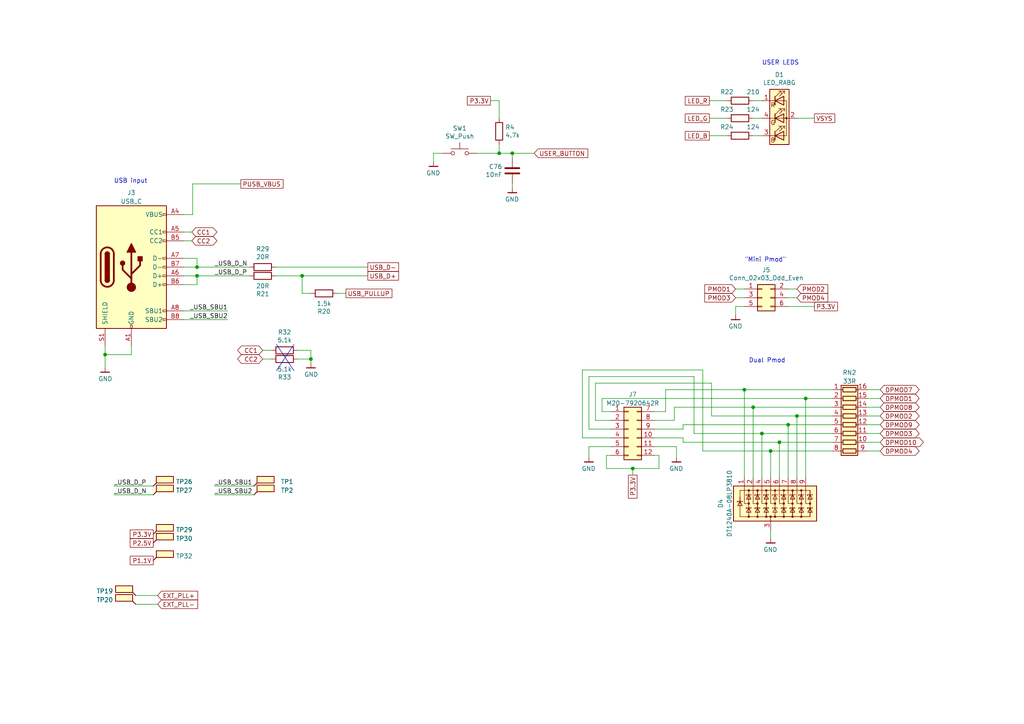
<source format=kicad_sch>
(kicad_sch (version 20230121) (generator eeschema)
  (paper "A4")
  (title_block (title "Orange Cart") (date "2021-02-28") (rev "r0.1") (comment 2 "Licensed under CERN OHL v.1.2") (comment 3 "Cartridge version redesign: Marcus Comstedt") (comment 4 "Based on Orange Crab by Gregory Davill"))
  (lib_symbols
    (symbol "Connector:TestPoint_Flag" (pin_numbers hide) (pin_names (offset 0.762) hide)
      (property "Reference" "TP" (at 3.429 1.778 0))
      (property "Value" "TestPoint_Flag" (at 3.302 4.191 0))
      (symbol "TestPoint_Flag_0_1"
        (polyline (pts (xy 0 0) (xy 0.889 0.889)) (stroke (width 0.254)))
        (rectangle (start 0.889 2.794) (end 5.842 0.889) (stroke (width 0.254)) (fill (type background)))
      )
      (symbol "TestPoint_Flag_1_1"
        (pin passive line (at 0 0 90) (length 0) (name "1") (number "1"))
      )
    )
    (symbol "Connector:USB_C_Receptacle_USB2.0" (pin_names (offset 1.016))
      (property "Reference" "J" (at -10.16 19.05 0))
      (property "Value" "USB_C_Receptacle_USB2.0" (at 19.05 19.05 0))
      (symbol "USB_C_Receptacle_USB2.0_0_0"
        (rectangle (start -0.254 -17.78) (end 0.254 -16.764))
        (rectangle (start 10.16 -14.986) (end 9.144 -15.494))
        (rectangle (start 10.16 -12.446) (end 9.144 -12.954))
        (rectangle (start 10.16 -4.826) (end 9.144 -5.334))
        (rectangle (start 10.16 -2.286) (end 9.144 -2.794))
        (rectangle (start 10.16 0.254) (end 9.144 -0.254))
        (rectangle (start 10.16 2.794) (end 9.144 2.286))
        (rectangle (start 10.16 7.874) (end 9.144 7.366))
        (rectangle (start 10.16 10.414) (end 9.144 9.906))
        (rectangle (start 10.16 15.494) (end 9.144 14.986))
      )
      (symbol "USB_C_Receptacle_USB2.0_0_1"
        (rectangle (start -10.16 17.78) (end 10.16 -17.78) (stroke (width 0.254)) (fill (type background)))
        (arc (start -8.89 -3.81) (mid -6.985 -5.7067) (end -5.08 -3.81) (stroke (width 0.508)))
        (arc (start -7.62 -3.81) (mid -6.985 -4.4423) (end -6.35 -3.81) (stroke (width 0.254)))
        (arc (start -7.62 -3.81) (mid -6.985 -4.4423) (end -6.35 -3.81) (stroke (width 0.254)) (fill (type outline)))
        (rectangle (start -7.62 -3.81) (end -6.35 3.81) (stroke (width 0.254)) (fill (type outline)))
        (arc (start -6.35 3.81) (mid -6.985 4.4423) (end -7.62 3.81) (stroke (width 0.254)))
        (arc (start -6.35 3.81) (mid -6.985 4.4423) (end -7.62 3.81) (stroke (width 0.254)) (fill (type outline)))
        (arc (start -5.08 3.81) (mid -6.985 5.7067) (end -8.89 3.81) (stroke (width 0.508)))
        (circle (center -2.54 1.143) (radius 0.635) (stroke (width 0.254)) (fill (type outline)))
        (circle (center 0 -5.842) (radius 1.27) (fill (type outline)))
        (polyline (pts (xy -8.89 -3.81) (xy -8.89 3.81)) (stroke (width 0.508)))
        (polyline (pts (xy -5.08 3.81) (xy -5.08 -3.81)) (stroke (width 0.508)))
        (polyline (pts (xy 0 -5.842) (xy 0 4.318)) (stroke (width 0.508)))
        (polyline (pts (xy 0 -3.302) (xy -2.54 -0.762) (xy -2.54 0.508)) (stroke (width 0.508)))
        (polyline (pts (xy 0 -2.032) (xy 2.54 0.508) (xy 2.54 1.778)) (stroke (width 0.508)))
        (polyline (pts (xy -1.27 4.318) (xy 0 6.858) (xy 1.27 4.318) (xy -1.27 4.318)) (stroke (width 0.254)) (fill (type outline)))
        (rectangle (start 1.905 1.778) (end 3.175 3.048) (stroke (width 0.254)) (fill (type outline)))
      )
      (symbol "USB_C_Receptacle_USB2.0_1_1"
        (pin passive line (at 0 -22.86 90) (length 5.08) (name "GND") (number "A1"))
        (pin passive line (at 0 -22.86 90) (length 5.08) hide (name "GND") (number "A12"))
        (pin passive line (at 15.24 15.24 180) (length 5.08) (name "VBUS") (number "A4"))
        (pin bidirectional line (at 15.24 10.16 180) (length 5.08) (name "CC1") (number "A5"))
        (pin bidirectional line (at 15.24 -2.54 180) (length 5.08) (name "D+") (number "A6"))
        (pin bidirectional line (at 15.24 2.54 180) (length 5.08) (name "D-") (number "A7"))
        (pin bidirectional line (at 15.24 -12.7 180) (length 5.08) (name "SBU1") (number "A8"))
        (pin passive line (at 15.24 15.24 180) (length 5.08) hide (name "VBUS") (number "A9"))
        (pin passive line (at 0 -22.86 90) (length 5.08) hide (name "GND") (number "B1"))
        (pin passive line (at 0 -22.86 90) (length 5.08) hide (name "GND") (number "B12"))
        (pin passive line (at 15.24 15.24 180) (length 5.08) hide (name "VBUS") (number "B4"))
        (pin bidirectional line (at 15.24 7.62 180) (length 5.08) (name "CC2") (number "B5"))
        (pin bidirectional line (at 15.24 -5.08 180) (length 5.08) (name "D+") (number "B6"))
        (pin bidirectional line (at 15.24 0 180) (length 5.08) (name "D-") (number "B7"))
        (pin bidirectional line (at 15.24 -15.24 180) (length 5.08) (name "SBU2") (number "B8"))
        (pin passive line (at 15.24 15.24 180) (length 5.08) hide (name "VBUS") (number "B9"))
        (pin passive line (at -7.62 -22.86 90) (length 5.08) (name "SHIELD") (number "S1"))
      )
    )
    (symbol "Connector_Generic:Conn_02x03_Odd_Even" (pin_names (offset 1.016) hide)
      (property "Reference" "J" (at 1.27 5.08 0))
      (property "Value" "Conn_02x03_Odd_Even" (at 1.27 -5.08 0))
      (symbol "Conn_02x03_Odd_Even_1_1"
        (rectangle (start -1.27 -2.413) (end 0 -2.667) (stroke (width 0.1524)))
        (rectangle (start -1.27 0.127) (end 0 -0.127) (stroke (width 0.1524)))
        (rectangle (start -1.27 2.667) (end 0 2.413) (stroke (width 0.1524)))
        (rectangle (start -1.27 3.81) (end 3.81 -3.81) (stroke (width 0.254)) (fill (type background)))
        (rectangle (start 3.81 -2.413) (end 2.54 -2.667) (stroke (width 0.1524)))
        (rectangle (start 3.81 0.127) (end 2.54 -0.127) (stroke (width 0.1524)))
        (rectangle (start 3.81 2.667) (end 2.54 2.413) (stroke (width 0.1524)))
        (pin passive line (at -5.08 2.54 0) (length 3.81) (name "Pin_1") (number "1"))
        (pin passive line (at 7.62 2.54 180) (length 3.81) (name "Pin_2") (number "2"))
        (pin passive line (at -5.08 0 0) (length 3.81) (name "Pin_3") (number "3"))
        (pin passive line (at 7.62 0 180) (length 3.81) (name "Pin_4") (number "4"))
        (pin passive line (at -5.08 -2.54 0) (length 3.81) (name "Pin_5") (number "5"))
        (pin passive line (at 7.62 -2.54 180) (length 3.81) (name "Pin_6") (number "6"))
      )
    )
    (symbol "Connector_Generic:Conn_02x06_Top_Bottom" (pin_names (offset 1.016) hide)
      (property "Reference" "J" (at 1.27 7.62 0))
      (property "Value" "Conn_02x06_Top_Bottom" (at 1.27 -10.16 0))
      (symbol "Conn_02x06_Top_Bottom_1_1"
        (rectangle (start -1.27 -7.493) (end 0 -7.747) (stroke (width 0.1524)))
        (rectangle (start -1.27 -4.953) (end 0 -5.207) (stroke (width 0.1524)))
        (rectangle (start -1.27 -2.413) (end 0 -2.667) (stroke (width 0.1524)))
        (rectangle (start -1.27 0.127) (end 0 -0.127) (stroke (width 0.1524)))
        (rectangle (start -1.27 2.667) (end 0 2.413) (stroke (width 0.1524)))
        (rectangle (start -1.27 5.207) (end 0 4.953) (stroke (width 0.1524)))
        (rectangle (start -1.27 6.35) (end 3.81 -8.89) (stroke (width 0.254)) (fill (type background)))
        (rectangle (start 3.81 -7.493) (end 2.54 -7.747) (stroke (width 0.1524)))
        (rectangle (start 3.81 -4.953) (end 2.54 -5.207) (stroke (width 0.1524)))
        (rectangle (start 3.81 -2.413) (end 2.54 -2.667) (stroke (width 0.1524)))
        (rectangle (start 3.81 0.127) (end 2.54 -0.127) (stroke (width 0.1524)))
        (rectangle (start 3.81 2.667) (end 2.54 2.413) (stroke (width 0.1524)))
        (rectangle (start 3.81 5.207) (end 2.54 4.953) (stroke (width 0.1524)))
        (pin passive line (at -5.08 5.08 0) (length 3.81) (name "Pin_1") (number "1"))
        (pin passive line (at 7.62 -2.54 180) (length 3.81) (name "Pin_10") (number "10"))
        (pin passive line (at 7.62 -5.08 180) (length 3.81) (name "Pin_11") (number "11"))
        (pin passive line (at 7.62 -7.62 180) (length 3.81) (name "Pin_12") (number "12"))
        (pin passive line (at -5.08 2.54 0) (length 3.81) (name "Pin_2") (number "2"))
        (pin passive line (at -5.08 0 0) (length 3.81) (name "Pin_3") (number "3"))
        (pin passive line (at -5.08 -2.54 0) (length 3.81) (name "Pin_4") (number "4"))
        (pin passive line (at -5.08 -5.08 0) (length 3.81) (name "Pin_5") (number "5"))
        (pin passive line (at -5.08 -7.62 0) (length 3.81) (name "Pin_6") (number "6"))
        (pin passive line (at 7.62 5.08 180) (length 3.81) (name "Pin_7") (number "7"))
        (pin passive line (at 7.62 2.54 180) (length 3.81) (name "Pin_8") (number "8"))
        (pin passive line (at 7.62 0 180) (length 3.81) (name "Pin_9") (number "9"))
      )
    )
    (symbol "Device:C" (pin_numbers hide) (pin_names (offset 0.254))
      (property "Reference" "C" (at 0.635 2.54 0))
      (property "Value" "C" (at 0.635 -2.54 0))
      (symbol "C_0_1"
        (polyline (pts (xy -2.032 -0.762) (xy 2.032 -0.762)) (stroke (width 0.508)))
        (polyline (pts (xy -2.032 0.762) (xy 2.032 0.762)) (stroke (width 0.508)))
      )
      (symbol "C_1_1"
        (pin passive line (at 0 3.81 270) (length 2.794) (name "~") (number "1"))
        (pin passive line (at 0 -3.81 90) (length 2.794) (name "~") (number "2"))
      )
    )
    (symbol "Device:LED_RABG" (pin_names (offset 0) hide)
      (property "Reference" "D" (at 0 9.398 0))
      (property "Value" "LED_RABG" (at 0 -8.89 0))
      (symbol "LED_RABG_0_0"
        (text "B" (at -1.905 -6.35 0) (effects (font (size 1.27 1.27))))
        (text "G" (at -1.905 -1.27 0) (effects (font (size 1.27 1.27))))
        (text "R" (at -1.905 3.81 0) (effects (font (size 1.27 1.27))))
      )
      (symbol "LED_RABG_0_1"
        (polyline (pts (xy -1.27 -5.08) (xy -2.54 -5.08)))
        (polyline (pts (xy -1.27 -5.08) (xy 1.27 -5.08)))
        (polyline (pts (xy -1.27 -3.81) (xy -1.27 -6.35)) (stroke (width 0.254)))
        (polyline (pts (xy -1.27 0) (xy -2.54 0)))
        (polyline (pts (xy -1.27 1.27) (xy -1.27 -1.27)) (stroke (width 0.254)))
        (polyline (pts (xy -1.27 5.08) (xy -2.54 5.08)))
        (polyline (pts (xy -1.27 5.08) (xy 1.27 5.08)))
        (polyline (pts (xy -1.27 6.35) (xy -1.27 3.81)) (stroke (width 0.254)))
        (polyline (pts (xy 1.27 0) (xy -1.27 0)))
        (polyline (pts (xy 1.27 0) (xy 2.54 0)))
        (polyline (pts (xy -1.27 1.27) (xy -1.27 -1.27) (xy -1.27 -1.27)))
        (polyline (pts (xy -1.27 6.35) (xy -1.27 3.81) (xy -1.27 3.81)))
        (polyline (pts (xy 1.27 -5.08) (xy 2.032 -5.08) (xy 2.032 5.08) (xy 1.27 5.08)))
        (polyline (pts (xy 1.27 -3.81) (xy 1.27 -6.35) (xy -1.27 -5.08) (xy 1.27 -3.81)) (stroke (width 0.254)))
        (polyline (pts (xy 1.27 1.27) (xy 1.27 -1.27) (xy -1.27 0) (xy 1.27 1.27)) (stroke (width 0.254)))
        (polyline (pts (xy 1.27 6.35) (xy 1.27 3.81) (xy -1.27 5.08) (xy 1.27 6.35)) (stroke (width 0.254)))
        (polyline (pts (xy -1.016 -3.81) (xy 0.508 -2.286) (xy -0.254 -2.286) (xy 0.508 -2.286) (xy 0.508 -3.048)))
        (polyline (pts (xy -1.016 1.27) (xy 0.508 2.794) (xy -0.254 2.794) (xy 0.508 2.794) (xy 0.508 2.032)))
        (polyline (pts (xy -1.016 6.35) (xy 0.508 7.874) (xy -0.254 7.874) (xy 0.508 7.874) (xy 0.508 7.112)))
        (polyline (pts (xy 0 -3.81) (xy 1.524 -2.286) (xy 0.762 -2.286) (xy 1.524 -2.286) (xy 1.524 -3.048)))
        (polyline (pts (xy 0 1.27) (xy 1.524 2.794) (xy 0.762 2.794) (xy 1.524 2.794) (xy 1.524 2.032)))
        (polyline (pts (xy 0 6.35) (xy 1.524 7.874) (xy 0.762 7.874) (xy 1.524 7.874) (xy 1.524 7.112)))
        (rectangle (start 1.27 -1.27) (end 1.27 1.27))
        (rectangle (start 1.27 1.27) (end 1.27 1.27))
        (rectangle (start 1.27 3.81) (end 1.27 6.35))
        (rectangle (start 1.27 6.35) (end 1.27 6.35))
        (circle (center 2.032 0) (radius 0.254) (fill (type outline)))
        (rectangle (start 2.794 8.382) (end -2.794 -7.62) (stroke (width 0.254)) (fill (type background)))
      )
      (symbol "LED_RABG_1_1"
        (pin passive line (at -5.08 5.08 0) (length 2.54) (name "RK") (number "1"))
        (pin passive line (at 5.08 0 180) (length 2.54) (name "A") (number "2"))
        (pin passive line (at -5.08 -5.08 0) (length 2.54) (name "BK") (number "3"))
        (pin passive line (at -5.08 0 0) (length 2.54) (name "GK") (number "4"))
      )
    )
    (symbol "Device:R" (pin_numbers hide) (pin_names (offset 0))
      (property "Reference" "R" (at 2.032 0 90))
      (property "Value" "R" (at 0 0 90))
      (symbol "R_0_1"
        (rectangle (start -1.016 -2.54) (end 1.016 2.54) (stroke (width 0.254)))
      )
      (symbol "R_1_1"
        (pin passive line (at 0 3.81 270) (length 1.27) (name "~") (number "1"))
        (pin passive line (at 0 -3.81 90) (length 1.27) (name "~") (number "2"))
      )
    )
    (symbol "Device:R_Pack08" (pin_names (offset 0) hide)
      (property "Reference" "RN" (at -12.7 0 90))
      (property "Value" "R_Pack08" (at 10.16 0 90))
      (symbol "R_Pack08_0_1"
        (rectangle (start -11.43 -2.413) (end 8.89 2.413) (stroke (width 0.254)) (fill (type background)))
        (rectangle (start -10.795 1.905) (end -9.525 -1.905) (stroke (width 0.254)))
        (rectangle (start -8.255 1.905) (end -6.985 -1.905) (stroke (width 0.254)))
        (rectangle (start -5.715 1.905) (end -4.445 -1.905) (stroke (width 0.254)))
        (rectangle (start -3.175 1.905) (end -1.905 -1.905) (stroke (width 0.254)))
        (rectangle (start -0.635 1.905) (end 0.635 -1.905) (stroke (width 0.254)))
        (polyline (pts (xy -10.16 -2.54) (xy -10.16 -1.905)))
        (polyline (pts (xy -10.16 1.905) (xy -10.16 2.54)))
        (polyline (pts (xy -7.62 -2.54) (xy -7.62 -1.905)))
        (polyline (pts (xy -7.62 1.905) (xy -7.62 2.54)))
        (polyline (pts (xy -5.08 -2.54) (xy -5.08 -1.905)))
        (polyline (pts (xy -5.08 1.905) (xy -5.08 2.54)))
        (polyline (pts (xy -2.54 -2.54) (xy -2.54 -1.905)))
        (polyline (pts (xy -2.54 1.905) (xy -2.54 2.54)))
        (polyline (pts (xy 0 -2.54) (xy 0 -1.905)))
        (polyline (pts (xy 0 1.905) (xy 0 2.54)))
        (polyline (pts (xy 2.54 -2.54) (xy 2.54 -1.905)))
        (polyline (pts (xy 2.54 1.905) (xy 2.54 2.54)))
        (polyline (pts (xy 5.08 -2.54) (xy 5.08 -1.905)))
        (polyline (pts (xy 5.08 1.905) (xy 5.08 2.54)))
        (polyline (pts (xy 7.62 -2.54) (xy 7.62 -1.905)))
        (polyline (pts (xy 7.62 1.905) (xy 7.62 2.54)))
        (rectangle (start 1.905 1.905) (end 3.175 -1.905) (stroke (width 0.254)))
        (rectangle (start 4.445 1.905) (end 5.715 -1.905) (stroke (width 0.254)))
        (rectangle (start 6.985 1.905) (end 8.255 -1.905) (stroke (width 0.254)))
      )
      (symbol "R_Pack08_1_1"
        (pin passive line (at -10.16 -5.08 90) (length 2.54) (name "R1.1") (number "1"))
        (pin passive line (at 5.08 5.08 270) (length 2.54) (name "R7.2") (number "10"))
        (pin passive line (at 2.54 5.08 270) (length 2.54) (name "R6.2") (number "11"))
        (pin passive line (at 0 5.08 270) (length 2.54) (name "R5.2") (number "12"))
        (pin passive line (at -2.54 5.08 270) (length 2.54) (name "R4.2") (number "13"))
        (pin passive line (at -5.08 5.08 270) (length 2.54) (name "R3.2") (number "14"))
        (pin passive line (at -7.62 5.08 270) (length 2.54) (name "R2.2") (number "15"))
        (pin passive line (at -10.16 5.08 270) (length 2.54) (name "R1.2") (number "16"))
        (pin passive line (at -7.62 -5.08 90) (length 2.54) (name "R2.1") (number "2"))
        (pin passive line (at -5.08 -5.08 90) (length 2.54) (name "R3.1") (number "3"))
        (pin passive line (at -2.54 -5.08 90) (length 2.54) (name "R4.1") (number "4"))
        (pin passive line (at 0 -5.08 90) (length 2.54) (name "R5.1") (number "5"))
        (pin passive line (at 2.54 -5.08 90) (length 2.54) (name "R6.1") (number "6"))
        (pin passive line (at 5.08 -5.08 90) (length 2.54) (name "R7.1") (number "7"))
        (pin passive line (at 7.62 -5.08 90) (length 2.54) (name "R8.1") (number "8"))
        (pin passive line (at 7.62 5.08 270) (length 2.54) (name "R8.2") (number "9"))
      )
    )
    (symbol "Power_Protection:DT1240A-08LP3810" (pin_names hide)
      (property "Reference" "D" (at 13.97 2.54 0))
      (property "Value" "DT1240A-08LP3810" (at 13.97 0.635 0))
      (symbol "DT1240A-08LP3810_0_0"
        (pin passive line (at 0 -7.62 90) (length 2.54) (name "A") (number "3"))
      )
      (symbol "DT1240A-08LP3810_0_1"
        (rectangle (start -10.795 5.08) (end 13.335 -5.08) (stroke (width 0.254)) (fill (type background)))
        (circle (center -6.35 -3.81) (radius 0.254) (fill (type outline)))
        (circle (center -6.35 0) (radius 0.254) (fill (type outline)))
        (circle (center -6.35 3.81) (radius 0.254) (fill (type outline)))
        (circle (center -3.81 -3.81) (radius 0.254) (fill (type outline)))
        (circle (center -3.81 0) (radius 0.254) (fill (type outline)))
        (circle (center -3.81 3.81) (radius 0.254) (fill (type outline)))
        (circle (center -1.27 -3.81) (radius 0.254) (fill (type outline)))
        (circle (center -1.27 0) (radius 0.254) (fill (type outline)))
        (circle (center -1.27 3.81) (radius 0.254) (fill (type outline)))
        (circle (center 0 -3.81) (radius 0.254) (fill (type outline)))
        (polyline (pts (xy -8.89 0.635) (xy -8.89 -3.81)))
        (polyline (pts (xy -8.89 1.905) (xy -8.89 0.635)))
        (polyline (pts (xy -8.89 3.81) (xy -8.89 0.635)))
        (polyline (pts (xy -6.35 -3.81) (xy -8.89 -3.81)))
        (polyline (pts (xy -6.35 0) (xy -6.35 -1.27)))
        (polyline (pts (xy -6.35 2.54) (xy -6.35 -1.27)))
        (polyline (pts (xy -6.35 3.81) (xy -6.35 2.54)))
        (polyline (pts (xy -6.35 3.81) (xy -6.35 2.54)))
        (polyline (pts (xy -3.81 0) (xy -3.81 -1.27)))
        (polyline (pts (xy -3.81 2.54) (xy -3.81 -1.27)))
        (polyline (pts (xy -3.81 3.81) (xy -3.81 2.54)))
        (polyline (pts (xy -3.81 3.81) (xy -3.81 2.54)))
        (polyline (pts (xy -1.27 0) (xy -1.27 -1.27)))
        (polyline (pts (xy -1.27 2.54) (xy -1.27 -1.27)))
        (polyline (pts (xy -1.27 3.81) (xy -1.27 2.54)))
        (polyline (pts (xy -1.27 3.81) (xy -1.27 2.54)))
        (polyline (pts (xy 0 -5.08) (xy 0 -3.81)))
        (polyline (pts (xy 1.27 -3.81) (xy 1.27 2.54)))
        (polyline (pts (xy 1.27 3.81) (xy 1.27 2.54)))
        (polyline (pts (xy 1.905 -1.27) (xy 2.032 -1.27)))
        (polyline (pts (xy 1.905 2.54) (xy 2.032 2.54)))
        (polyline (pts (xy 3.81 2.54) (xy 3.81 -1.27)))
        (polyline (pts (xy 3.81 3.81) (xy 3.81 2.54)))
        (polyline (pts (xy 6.35 2.54) (xy 6.35 -1.27)))
        (polyline (pts (xy 6.35 3.81) (xy 6.35 2.54)))
        (polyline (pts (xy 6.35 3.81) (xy 6.35 2.54)))
        (polyline (pts (xy 8.89 2.54) (xy 8.89 -1.27)))
        (polyline (pts (xy 8.89 3.81) (xy 8.89 2.54)))
        (polyline (pts (xy 8.89 3.81) (xy 8.89 2.54)))
        (polyline (pts (xy 11.43 2.54) (xy 11.43 -1.27)))
        (polyline (pts (xy 11.43 3.81) (xy -8.89 3.81)))
        (polyline (pts (xy 11.43 3.81) (xy 11.43 2.54)))
        (polyline (pts (xy 11.43 3.81) (xy 11.43 2.54)))
        (polyline (pts (xy -7.62 5.08) (xy -7.62 0) (xy -6.35 0)))
        (polyline (pts (xy -6.35 -1.27) (xy -6.35 -3.81) (xy -3.81 -3.81)))
        (polyline (pts (xy -5.08 5.08) (xy -5.08 0) (xy -3.81 0)))
        (polyline (pts (xy -3.81 -1.27) (xy -3.81 -3.81) (xy -1.27 -3.81)))
        (polyline (pts (xy -2.54 5.08) (xy -2.54 0) (xy -1.27 0)))
        (polyline (pts (xy 0 5.08) (xy 0 0) (xy 1.27 0)))
        (polyline (pts (xy 1.905 -1.27) (xy 0.508 -1.27) (xy 0.508 -1.524)))
        (polyline (pts (xy 1.905 2.54) (xy 0.508 2.54) (xy 0.508 2.286)))
        (polyline (pts (xy 2.54 5.08) (xy 2.54 0) (xy 3.81 0)))
        (polyline (pts (xy 5.08 5.08) (xy 5.08 0) (xy 6.35 0)))
        (polyline (pts (xy 6.35 -1.27) (xy 6.35 -3.81) (xy 3.81 -3.81)))
        (polyline (pts (xy 6.35 -1.27) (xy 6.35 -3.81) (xy 3.81 -3.81)))
        (polyline (pts (xy 7.62 5.08) (xy 7.62 0) (xy 8.89 0)))
        (polyline (pts (xy 8.89 -1.27) (xy 8.89 -3.81) (xy 6.35 -3.81)))
        (polyline (pts (xy 8.89 -1.27) (xy 8.89 -3.81) (xy 6.35 -3.81)))
        (polyline (pts (xy 10.16 5.08) (xy 10.16 0) (xy 11.43 0)))
        (polyline (pts (xy 11.43 -1.27) (xy 11.43 -3.81) (xy 8.89 -3.81)))
        (polyline (pts (xy 11.43 -1.27) (xy 11.43 -3.81) (xy 8.89 -3.81)))
        (polyline (pts (xy -9.652 0.381) (xy -9.652 0.635) (xy -8.255 0.635) (xy -8.128 0.635)))
        (polyline (pts (xy -9.652 0.381) (xy -9.652 0.635) (xy -8.255 0.635) (xy -8.128 0.635)))
        (polyline (pts (xy -8.89 0.635) (xy -8.255 -0.635) (xy -9.525 -0.635) (xy -8.89 0.635)))
        (polyline (pts (xy -8.89 0.635) (xy -8.255 -0.635) (xy -9.525 -0.635) (xy -8.89 0.635)))
        (polyline (pts (xy -7.112 -1.524) (xy -7.112 -1.27) (xy -5.715 -1.27) (xy -5.588 -1.27)))
        (polyline (pts (xy -7.112 -1.524) (xy -7.112 -1.27) (xy -5.715 -1.27) (xy -5.588 -1.27)))
        (polyline (pts (xy -7.112 2.286) (xy -7.112 2.54) (xy -5.715 2.54) (xy -5.588 2.54)))
        (polyline (pts (xy -7.112 2.286) (xy -7.112 2.54) (xy -5.715 2.54) (xy -5.588 2.54)))
        (polyline (pts (xy -6.35 -1.27) (xy -5.715 -2.54) (xy -6.985 -2.54) (xy -6.35 -1.27)))
        (polyline (pts (xy -6.35 -1.27) (xy -5.715 -2.54) (xy -6.985 -2.54) (xy -6.35 -1.27)))
        (polyline (pts (xy -6.35 2.54) (xy -5.715 1.27) (xy -6.985 1.27) (xy -6.35 2.54)))
        (polyline (pts (xy -6.35 2.54) (xy -5.715 1.27) (xy -6.985 1.27) (xy -6.35 2.54)))
        (polyline (pts (xy -4.572 -1.524) (xy -4.572 -1.27) (xy -3.175 -1.27) (xy -3.048 -1.27)))
        (polyline (pts (xy -4.572 -1.524) (xy -4.572 -1.27) (xy -3.175 -1.27) (xy -3.048 -1.27)))
        (polyline (pts (xy -4.572 2.286) (xy -4.572 2.54) (xy -3.175 2.54) (xy -3.048 2.54)))
        (polyline (pts (xy -4.572 2.286) (xy -4.572 2.54) (xy -3.175 2.54) (xy -3.048 2.54)))
        (polyline (pts (xy -3.81 -1.27) (xy -3.175 -2.54) (xy -4.445 -2.54) (xy -3.81 -1.27)))
        (polyline (pts (xy -3.81 -1.27) (xy -3.175 -2.54) (xy -4.445 -2.54) (xy -3.81 -1.27)))
        (polyline (pts (xy -3.81 2.54) (xy -3.175 1.27) (xy -4.445 1.27) (xy -3.81 2.54)))
        (polyline (pts (xy -3.81 2.54) (xy -3.175 1.27) (xy -4.445 1.27) (xy -3.81 2.54)))
        (polyline (pts (xy -2.032 -1.524) (xy -2.032 -1.27) (xy -0.635 -1.27) (xy -0.508 -1.27)))
        (polyline (pts (xy -2.032 -1.524) (xy -2.032 -1.27) (xy -0.635 -1.27) (xy -0.508 -1.27)))
        (polyline (pts (xy -2.032 2.286) (xy -2.032 2.54) (xy -0.635 2.54) (xy -0.508 2.54)))
        (polyline (pts (xy -2.032 2.286) (xy -2.032 2.54) (xy -0.635 2.54) (xy -0.508 2.54)))
        (polyline (pts (xy -1.27 -1.27) (xy -1.27 -3.81) (xy 3.81 -3.81) (xy 3.81 -1.27)))
        (polyline (pts (xy -1.27 -1.27) (xy -1.27 -3.81) (xy 3.81 -3.81) (xy 3.81 -1.27)))
        (polyline (pts (xy -1.27 -1.27) (xy -0.635 -2.54) (xy -1.905 -2.54) (xy -1.27 -1.27)))
        (polyline (pts (xy -1.27 -1.27) (xy -0.635 -2.54) (xy -1.905 -2.54) (xy -1.27 -1.27)))
        (polyline (pts (xy -1.27 2.54) (xy -0.635 1.27) (xy -1.905 1.27) (xy -1.27 2.54)))
        (polyline (pts (xy -1.27 2.54) (xy -0.635 1.27) (xy -1.905 1.27) (xy -1.27 2.54)))
        (polyline (pts (xy 1.905 -2.54) (xy 0.635 -2.54) (xy 1.27 -1.27) (xy 1.905 -2.54)))
        (polyline (pts (xy 1.905 1.27) (xy 0.635 1.27) (xy 1.27 2.54) (xy 1.905 1.27)))
        (polyline (pts (xy 3.048 -1.524) (xy 3.048 -1.27) (xy 4.445 -1.27) (xy 4.572 -1.27)))
        (polyline (pts (xy 3.048 -1.524) (xy 3.048 -1.27) (xy 4.445 -1.27) (xy 4.572 -1.27)))
        (polyline (pts (xy 3.048 2.286) (xy 3.048 2.54) (xy 4.445 2.54) (xy 4.572 2.54)))
        (polyline (pts (xy 3.048 2.286) (xy 3.048 2.54) (xy 4.445 2.54) (xy 4.572 2.54)))
        (polyline (pts (xy 3.81 -1.27) (xy 3.175 -2.54) (xy 4.445 -2.54) (xy 3.81 -1.27)))
        (polyline (pts (xy 3.81 -1.27) (xy 3.175 -2.54) (xy 4.445 -2.54) (xy 3.81 -1.27)))
        (polyline (pts (xy 3.81 2.54) (xy 3.175 1.27) (xy 4.445 1.27) (xy 3.81 2.54)))
        (polyline (pts (xy 3.81 2.54) (xy 3.175 1.27) (xy 4.445 1.27) (xy 3.81 2.54)))
        (polyline (pts (xy 5.588 -1.524) (xy 5.588 -1.27) (xy 6.985 -1.27) (xy 7.112 -1.27)))
        (polyline (pts (xy 5.588 -1.524) (xy 5.588 -1.27) (xy 6.985 -1.27) (xy 7.112 -1.27)))
        (polyline (pts (xy 5.588 2.286) (xy 5.588 2.54) (xy 6.985 2.54) (xy 7.112 2.54)))
        (polyline (pts (xy 5.588 2.286) (xy 5.588 2.54) (xy 6.985 2.54) (xy 7.112 2.54)))
        (polyline (pts (xy 6.35 -1.27) (xy 5.715 -2.54) (xy 6.985 -2.54) (xy 6.35 -1.27)))
        (polyline (pts (xy 6.35 -1.27) (xy 5.715 -2.54) (xy 6.985 -2.54) (xy 6.35 -1.27)))
        (polyline (pts (xy 6.35 2.54) (xy 5.715 1.27) (xy 6.985 1.27) (xy 6.35 2.54)))
        (polyline (pts (xy 6.35 2.54) (xy 5.715 1.27) (xy 6.985 1.27) (xy 6.35 2.54)))
        (polyline (pts (xy 8.128 -1.524) (xy 8.128 -1.27) (xy 9.525 -1.27) (xy 9.652 -1.27)))
        (polyline (pts (xy 8.128 -1.524) (xy 8.128 -1.27) (xy 9.525 -1.27) (xy 9.652 -1.27)))
        (polyline (pts (xy 8.128 2.286) (xy 8.128 2.54) (xy 9.525 2.54) (xy 9.652 2.54)))
        (polyline (pts (xy 8.128 2.286) (xy 8.128 2.54) (xy 9.525 2.54) (xy 9.652 2.54)))
        (polyline (pts (xy 8.89 -1.27) (xy 8.255 -2.54) (xy 9.525 -2.54) (xy 8.89 -1.27)))
        (polyline (pts (xy 8.89 -1.27) (xy 8.255 -2.54) (xy 9.525 -2.54) (xy 8.89 -1.27)))
        (polyline (pts (xy 8.89 2.54) (xy 8.255 1.27) (xy 9.525 1.27) (xy 8.89 2.54)))
        (polyline (pts (xy 8.89 2.54) (xy 8.255 1.27) (xy 9.525 1.27) (xy 8.89 2.54)))
        (polyline (pts (xy 10.668 -1.524) (xy 10.668 -1.27) (xy 12.065 -1.27) (xy 12.192 -1.27)))
        (polyline (pts (xy 10.668 -1.524) (xy 10.668 -1.27) (xy 12.065 -1.27) (xy 12.192 -1.27)))
        (polyline (pts (xy 10.668 2.286) (xy 10.668 2.54) (xy 12.065 2.54) (xy 12.192 2.54)))
        (polyline (pts (xy 10.668 2.286) (xy 10.668 2.54) (xy 12.065 2.54) (xy 12.192 2.54)))
        (polyline (pts (xy 11.43 -1.27) (xy 10.795 -2.54) (xy 12.065 -2.54) (xy 11.43 -1.27)))
        (polyline (pts (xy 11.43 -1.27) (xy 10.795 -2.54) (xy 12.065 -2.54) (xy 11.43 -1.27)))
        (polyline (pts (xy 11.43 2.54) (xy 10.795 1.27) (xy 12.065 1.27) (xy 11.43 2.54)))
        (polyline (pts (xy 11.43 2.54) (xy 10.795 1.27) (xy 12.065 1.27) (xy 11.43 2.54)))
        (circle (center 1.27 -3.81) (radius 0.254) (fill (type outline)))
        (circle (center 1.27 0) (radius 0.254) (fill (type outline)))
        (circle (center 1.27 3.81) (radius 0.254) (fill (type outline)))
        (circle (center 3.81 -3.81) (radius 0.254) (fill (type outline)))
        (circle (center 3.81 0) (radius 0.254) (fill (type outline)))
        (circle (center 3.81 3.81) (radius 0.254) (fill (type outline)))
        (circle (center 6.35 -3.81) (radius 0.254) (fill (type outline)))
        (circle (center 6.35 0) (radius 0.254) (fill (type outline)))
        (circle (center 6.35 3.81) (radius 0.254) (fill (type outline)))
        (circle (center 8.89 -3.81) (radius 0.254) (fill (type outline)))
        (circle (center 8.89 0) (radius 0.254) (fill (type outline)))
        (circle (center 8.89 3.81) (radius 0.254) (fill (type outline)))
        (circle (center 11.43 0) (radius 0.254) (fill (type outline)))
      )
      (symbol "DT1240A-08LP3810_1_1"
        (pin passive line (at -7.62 7.62 270) (length 2.54) (name "K1") (number "1"))
        (pin passive line (at -5.08 7.62 270) (length 2.54) (name "K2") (number "2"))
        (pin passive line (at -2.54 7.62 270) (length 2.54) (name "K3") (number "4"))
        (pin passive line (at 0 7.62 270) (length 2.54) (name "K4") (number "5"))
        (pin passive line (at 2.54 7.62 270) (length 2.54) (name "K5") (number "6"))
        (pin passive line (at 5.08 7.62 270) (length 2.54) (name "K6") (number "7"))
        (pin passive line (at 7.62 7.62 270) (length 2.54) (name "K7") (number "8"))
        (pin passive line (at 10.16 7.62 270) (length 2.54) (name "K8") (number "9"))
      )
    )
    (symbol "Switch:SW_Push" (pin_numbers hide) (pin_names (offset 1.016) hide)
      (property "Reference" "SW" (at 1.27 2.54 0))
      (property "Value" "SW_Push" (at 0 -1.524 0))
      (symbol "SW_Push_0_1"
        (circle (center -2.032 0) (radius 0.508))
        (polyline (pts (xy 0 1.27) (xy 0 3.048)))
        (polyline (pts (xy 2.54 1.27) (xy -2.54 1.27)))
        (circle (center 2.032 0) (radius 0.508))
        (pin passive line (at -5.08 0 0) (length 2.54) (name "1") (number "1"))
        (pin passive line (at 5.08 0 180) (length 2.54) (name "2") (number "2"))
      )
    )
    (symbol "gkl_power:GND" (power) (pin_names (offset 0))
      (property "Value" "GND" (at 0 -2.54 0))
      (symbol "GND_0_1"
        (polyline (pts (xy 0 -1.27) (xy 0 0)))
        (polyline (pts (xy 1.27 -1.27) (xy -1.27 -1.27)) (stroke (width 0.3048)))
      )
      (symbol "GND_1_1"
        (pin power_in line (at 0 0 270) (length 0) hide (name "GND") (number "1"))
      )
    )
  )
  (junction (at 218.44 118.11))
  (junction (at 57.15 77.47))
  (junction (at 223.52 130.81))
  (junction (at 226.06 128.27))
  (junction (at 228.6 123.19))
  (junction (at 231.14 120.65))
  (junction (at 57.15 80.01))
  (junction (at 90.17 104.14))
  (junction (at 183.515 135.89))
  (junction (at 215.9 113.03))
  (junction (at 87.63 80.01))
  (junction (at 144.78 44.45))
  (junction (at 220.98 125.73))
  (junction (at 233.68 115.57))
  (junction (at 148.59 44.45))
  (junction (at 30.48 102.87))
  (wire (pts (xy 189.865 132.08) (xy 191.135 132.08)))
  (wire (pts (xy 125.73 44.45) (xy 128.27 44.45)))
  (wire (pts (xy 213.36 86.36) (xy 215.9 86.36)))
  (wire (pts (xy 177.165 119.38) (xy 174.625 119.38)))
  (wire (pts (xy 226.06 128.27) (xy 226.06 138.43)))
  (wire (pts (xy 220.98 125.73) (xy 220.98 138.43)))
  (wire (pts (xy 189.865 127) (xy 198.12 127)))
  (wire (pts (xy 44.45 140.97) (xy 33.02 140.97)))
  (wire (pts (xy 203.835 130.81) (xy 203.835 107.315)))
  (wire (pts (xy 231.14 120.65) (xy 231.14 138.43)))
  (wire (pts (xy 251.46 130.81) (xy 255.27 130.81)))
  (wire (pts (xy 218.44 118.11) (xy 218.44 138.43)))
  (wire (pts (xy 228.6 123.19) (xy 228.6 138.43)))
  (wire (pts (xy 215.9 88.9) (xy 213.36 88.9)))
  (wire (pts (xy 53.34 74.93) (xy 57.15 74.93)))
  (wire (pts (xy 201.295 109.22) (xy 170.815 109.22)))
  (wire (pts (xy 251.46 115.57) (xy 255.27 115.57)))
  (wire (pts (xy 142.24 29.21) (xy 144.78 29.21)))
  (wire (pts (xy 62.23 143.51) (xy 73.66 143.51)))
  (wire (pts (xy 57.15 77.47) (xy 72.39 77.47)))
  (wire (pts (xy 191.135 135.89) (xy 183.515 135.89)))
  (wire (pts (xy 174.625 115.57) (xy 233.68 115.57)))
  (wire (pts (xy 53.34 80.01) (xy 57.15 80.01)))
  (wire (pts (xy 172.72 121.92) (xy 177.165 121.92)))
  (wire (pts (xy 57.15 74.93) (xy 57.15 77.47)))
  (wire (pts (xy 218.44 118.11) (xy 195.58 118.11)))
  (wire (pts (xy 33.02 143.51) (xy 44.45 143.51)))
  (wire (pts (xy 53.34 92.71) (xy 66.04 92.71)))
  (wire (pts (xy 251.46 118.11) (xy 255.27 118.11)))
  (wire (pts (xy 233.68 115.57) (xy 241.3 115.57)))
  (wire (pts (xy 241.3 120.65) (xy 231.14 120.65)))
  (wire (pts (xy 210.82 34.29) (xy 205.74 34.29)))
  (wire (pts (xy 168.91 107.315) (xy 168.91 127)))
  (wire (pts (xy 55.88 62.23) (xy 55.88 53.34)))
  (wire (pts (xy 198.12 128.27) (xy 226.06 128.27)))
  (wire (pts (xy 175.895 132.08) (xy 175.895 135.89)))
  (wire (pts (xy 206.375 111.125) (xy 172.72 111.125)))
  (wire (pts (xy 170.815 124.46) (xy 177.165 124.46)))
  (wire (pts (xy 53.34 77.47) (xy 57.15 77.47)))
  (wire (pts (xy 53.34 82.55) (xy 57.15 82.55)))
  (wire (pts (xy 30.48 100.33) (xy 30.48 102.87)))
  (wire (pts (xy 172.72 111.125) (xy 172.72 121.92)))
  (wire (pts (xy 144.78 44.45) (xy 138.43 44.45)))
  (wire (pts (xy 203.835 107.315) (xy 168.91 107.315)))
  (wire (pts (xy 53.34 69.85) (xy 55.626 69.85)))
  (wire (pts (xy 170.815 109.22) (xy 170.815 124.46)))
  (wire (pts (xy 193.04 119.38) (xy 189.865 119.38)))
  (wire (pts (xy 76.2 101.6) (xy 78.74 101.6)))
  (wire (pts (xy 45.72 175.26) (xy 39.37 175.26)))
  (wire (pts (xy 215.9 113.03) (xy 193.04 113.03)))
  (wire (pts (xy 53.34 90.17) (xy 66.04 90.17)))
  (wire (pts (xy 80.01 77.47) (xy 106.68 77.47)))
  (wire (pts (xy 215.9 113.03) (xy 215.9 138.43)))
  (wire (pts (xy 226.06 128.27) (xy 241.3 128.27)))
  (wire (pts (xy 251.46 125.73) (xy 255.27 125.73)))
  (wire (pts (xy 144.78 29.21) (xy 144.78 34.29)))
  (wire (pts (xy 90.17 104.14) (xy 90.17 105.41)))
  (wire (pts (xy 251.46 120.65) (xy 255.27 120.65)))
  (wire (pts (xy 206.375 120.65) (xy 206.375 111.125)))
  (wire (pts (xy 57.15 82.55) (xy 57.15 80.01)))
  (wire (pts (xy 86.36 104.14) (xy 90.17 104.14)))
  (wire (pts (xy 86.36 101.6) (xy 90.17 101.6)))
  (wire (pts (xy 251.46 113.03) (xy 255.27 113.03)))
  (wire (pts (xy 177.165 129.54) (xy 170.815 129.54)))
  (wire (pts (xy 198.12 127) (xy 198.12 128.27)))
  (wire (pts (xy 213.36 83.82) (xy 215.9 83.82)))
  (wire (pts (xy 175.895 135.89) (xy 183.515 135.89)))
  (wire (pts (xy 231.14 120.65) (xy 206.375 120.65)))
  (wire (pts (xy 38.1 100.33) (xy 38.1 102.87)))
  (wire (pts (xy 210.82 29.21) (xy 205.74 29.21)))
  (wire (pts (xy 223.52 153.67) (xy 223.52 156.21)))
  (wire (pts (xy 233.68 115.57) (xy 233.68 138.43)))
  (wire (pts (xy 170.815 129.54) (xy 170.815 132.715)))
  (wire (pts (xy 183.515 135.89) (xy 183.515 137.795)))
  (wire (pts (xy 228.6 88.9) (xy 236.22 88.9)))
  (wire (pts (xy 210.82 39.37) (xy 205.74 39.37)))
  (wire (pts (xy 76.2 104.14) (xy 78.74 104.14)))
  (wire (pts (xy 195.58 121.92) (xy 189.865 121.92)))
  (wire (pts (xy 90.17 85.09) (xy 87.63 85.09)))
  (wire (pts (xy 218.44 39.37) (xy 220.98 39.37)))
  (wire (pts (xy 87.63 80.01) (xy 106.68 80.01)))
  (wire (pts (xy 144.78 41.91) (xy 144.78 44.45)))
  (wire (pts (xy 57.15 80.01) (xy 72.39 80.01)))
  (wire (pts (xy 125.73 46.99) (xy 125.73 44.45)))
  (wire (pts (xy 97.79 85.09) (xy 100.33 85.09)))
  (wire (pts (xy 87.63 85.09) (xy 87.63 80.01)))
  (wire (pts (xy 189.865 129.54) (xy 196.215 129.54)))
  (wire (pts (xy 73.66 140.97) (xy 62.23 140.97)))
  (wire (pts (xy 53.34 67.31) (xy 55.626 67.31)))
  (wire (pts (xy 223.52 130.81) (xy 223.52 138.43)))
  (wire (pts (xy 241.3 125.73) (xy 220.98 125.73)))
  (wire (pts (xy 201.295 125.73) (xy 201.295 109.22)))
  (wire (pts (xy 241.3 113.03) (xy 215.9 113.03)))
  (wire (pts (xy 213.36 88.9) (xy 213.36 91.44)))
  (wire (pts (xy 220.98 34.29) (xy 218.44 34.29)))
  (wire (pts (xy 80.01 80.01) (xy 87.63 80.01)))
  (wire (pts (xy 228.6 123.19) (xy 198.12 123.19)))
  (wire (pts (xy 196.215 129.54) (xy 196.215 132.715)))
  (wire (pts (xy 241.3 130.81) (xy 223.52 130.81)))
  (wire (pts (xy 177.165 132.08) (xy 175.895 132.08)))
  (wire (pts (xy 148.59 44.45) (xy 154.94 44.45)))
  (wire (pts (xy 191.135 132.08) (xy 191.135 135.89)))
  (wire (pts (xy 251.46 123.19) (xy 255.27 123.19)))
  (wire (pts (xy 241.3 123.19) (xy 228.6 123.19)))
  (wire (pts (xy 223.52 130.81) (xy 203.835 130.81)))
  (wire (pts (xy 228.6 83.82) (xy 231.14 83.82)))
  (wire (pts (xy 218.44 29.21) (xy 220.98 29.21)))
  (wire (pts (xy 55.88 53.34) (xy 69.85 53.34)))
  (wire (pts (xy 174.625 119.38) (xy 174.625 115.57)))
  (wire (pts (xy 30.48 102.87) (xy 38.1 102.87)))
  (wire (pts (xy 30.48 102.87) (xy 30.48 106.68)))
  (wire (pts (xy 198.12 123.19) (xy 198.12 124.46)))
  (wire (pts (xy 90.17 101.6) (xy 90.17 104.14)))
  (wire (pts (xy 251.46 128.27) (xy 255.27 128.27)))
  (wire (pts (xy 148.59 53.34) (xy 148.59 54.61)))
  (wire (pts (xy 148.59 44.45) (xy 148.59 45.72)))
  (wire (pts (xy 236.22 34.29) (xy 231.14 34.29)))
  (wire (pts (xy 228.6 86.36) (xy 231.14 86.36)))
  (wire (pts (xy 45.72 172.72) (xy 39.37 172.72)))
  (wire (pts (xy 241.3 118.11) (xy 218.44 118.11)))
  (wire (pts (xy 168.91 127) (xy 177.165 127)))
  (wire (pts (xy 220.98 125.73) (xy 201.295 125.73)))
  (wire (pts (xy 198.12 124.46) (xy 189.865 124.46)))
  (wire (pts (xy 144.78 44.45) (xy 148.59 44.45)))
  (wire (pts (xy 193.04 113.03) (xy 193.04 119.38)))
  (wire (pts (xy 195.58 118.11) (xy 195.58 121.92)))
  (wire (pts (xy 53.34 62.23) (xy 55.88 62.23)))
  (text "X" (at 78.994 108.712 0) (effects (font (size 7.62 7.62)) (justify left bottom)))
  (text "Dual Pmod" (at 217.17 105.41 0) (effects (font (size 1.27 1.27)) (justify left bottom)))
  (text "USER LEDS" (at 220.98 19.05 0) (effects (font (size 1.27 1.27)) (justify left bottom)))
  (text "USB input" (at 33.02 53.34 0) (effects (font (size 1.27 1.27)) (justify left bottom)))
  (text "\"Mini Pmod\"" (at 215.9 76.2 0) (effects (font (size 1.27 1.27)) (justify left bottom)))
  (label "_USB_SBU1" (at 66.04 90.17 180))
  (label "_USB_SBU1" (at 62.23 140.97 0))
  (label "_USB_D_N" (at 33.02 143.51 0))
  (label "_USB_SBU2" (at 62.23 143.51 0))
  (label "_USB_D_P" (at 62.23 80.01 0))
  (label "_USB_D_N" (at 62.23 77.47 0))
  (label "_USB_SBU2" (at 66.04 92.71 180))
  (label "_USB_D_P" (at 33.02 140.97 0))
  (global_label "P3.3V" (shape passive) (at 44.45 154.94 180) (property "Intersheetrefs" "${INTERSHEET_REFS}" (effects hide)))
  (global_label "VSYS" (shape passive) (at 236.22 34.29 0) (property "Intersheetrefs" "${INTERSHEET_REFS}" (effects hide)))
  (global_label "P3.3V" (shape passive) (at 183.515 137.795 270) (property "Intersheetrefs" "${INTERSHEET_REFS}" (effects hide)))
  (global_label "DPMOD9" (shape bidirectional) (at 255.27 123.19 0) (property "Intersheetrefs" "${INTERSHEET_REFS}" (effects hide)))
  (global_label "CC1" (shape bidirectional) (at 55.626 67.31 0) (property "Intersheetrefs" "${INTERSHEET_REFS}" (effects hide)))
  (global_label "LED_B" (shape passive) (at 205.74 39.37 180) (property "Intersheetrefs" "${INTERSHEET_REFS}" (effects hide)))
  (global_label "PUSB_VBUS" (shape passive) (at 69.85 53.34 0) (property "Intersheetrefs" "${INTERSHEET_REFS}" (effects hide)))
  (global_label "LED_R" (shape passive) (at 205.74 29.21 180) (property "Intersheetrefs" "${INTERSHEET_REFS}" (effects hide)))
  (global_label "USB_PULLUP" (shape passive) (at 100.33 85.09 0) (property "Intersheetrefs" "${INTERSHEET_REFS}" (effects hide)))
  (global_label "P3.3V" (shape passive) (at 236.22 88.9 0) (property "Intersheetrefs" "${INTERSHEET_REFS}" (effects hide)))
  (global_label "DPMOD7" (shape bidirectional) (at 255.27 113.03 0) (property "Intersheetrefs" "${INTERSHEET_REFS}" (effects hide)))
  (global_label "USB_D-" (shape passive) (at 106.68 77.47 0) (property "Intersheetrefs" "${INTERSHEET_REFS}" (effects hide)))
  (global_label "PMOD4" (shape input) (at 231.14 86.36 0) (property "Intersheetrefs" "${INTERSHEET_REFS}" (effects hide)))
  (global_label "DPMOD10" (shape bidirectional) (at 255.27 128.27 0) (property "Intersheetrefs" "${INTERSHEET_REFS}" (effects hide)))
  (global_label "DPMOD1" (shape bidirectional) (at 255.27 115.57 0) (property "Intersheetrefs" "${INTERSHEET_REFS}" (effects hide)))
  (global_label "LED_G" (shape passive) (at 205.74 34.29 180) (property "Intersheetrefs" "${INTERSHEET_REFS}" (effects hide)))
  (global_label "CC2" (shape bidirectional) (at 76.2 104.14 180) (property "Intersheetrefs" "${INTERSHEET_REFS}" (effects hide)))
  (global_label "PMOD3" (shape input) (at 213.36 86.36 180) (property "Intersheetrefs" "${INTERSHEET_REFS}" (effects hide)))
  (global_label "P1.1V" (shape passive) (at 44.45 162.56 180) (property "Intersheetrefs" "${INTERSHEET_REFS}" (effects hide)))
  (global_label "CC1" (shape bidirectional) (at 76.2 101.6 180) (property "Intersheetrefs" "${INTERSHEET_REFS}" (effects hide)))
  (global_label "EXT_PLL-" (shape input) (at 45.72 175.26 0) (property "Intersheetrefs" "${INTERSHEET_REFS}" (effects hide)))
  (global_label "DPMOD2" (shape bidirectional) (at 255.27 120.65 0) (property "Intersheetrefs" "${INTERSHEET_REFS}" (effects hide)))
  (global_label "EXT_PLL+" (shape input) (at 45.72 172.72 0) (property "Intersheetrefs" "${INTERSHEET_REFS}" (effects hide)))
  (global_label "P2.5V" (shape passive) (at 44.45 157.48 180) (property "Intersheetrefs" "${INTERSHEET_REFS}" (effects hide)))
  (global_label "P3.3V" (shape passive) (at 142.24 29.21 180) (property "Intersheetrefs" "${INTERSHEET_REFS}" (effects hide)))
  (global_label "DPMOD8" (shape bidirectional) (at 255.27 118.11 0) (property "Intersheetrefs" "${INTERSHEET_REFS}" (effects hide)))
  (global_label "USER_BUTTON" (shape input) (at 154.94 44.45 0) (property "Intersheetrefs" "${INTERSHEET_REFS}" (effects hide)))
  (global_label "USB_D+" (shape passive) (at 106.68 80.01 0) (property "Intersheetrefs" "${INTERSHEET_REFS}" (effects hide)))
  (global_label "DPMOD3" (shape bidirectional) (at 255.27 125.73 0) (property "Intersheetrefs" "${INTERSHEET_REFS}" (effects hide)))
  (global_label "CC2" (shape bidirectional) (at 55.626 69.85 0) (property "Intersheetrefs" "${INTERSHEET_REFS}" (effects hide)))
  (global_label "PMOD1" (shape input) (at 213.36 83.82 180) (property "Intersheetrefs" "${INTERSHEET_REFS}" (effects hide)))
  (global_label "PMOD2" (shape input) (at 231.14 83.82 0) (property "Intersheetrefs" "${INTERSHEET_REFS}" (effects hide)))
  (global_label "DPMOD4" (shape bidirectional) (at 255.27 130.81 0) (property "Intersheetrefs" "${INTERSHEET_REFS}" (effects hide)))
  (symbol (lib_id "Connector:TestPoint_Flag") (at 44.45 140.97 0) (unit 1) (in_bom no)
    (property "Reference" "TP26" (at 55.88 139.7 0) (effects (justify right)))
    (property "Value" "SMD_TP" (effects hide))
    (property "Footprint" "gkl_misc:TestPoint_Pad_D0.5mm" (effects hide))
  )
  (symbol (lib_id "Connector:TestPoint_Flag") (at 44.45 143.51 0) (unit 1) (in_bom no)
    (property "Reference" "TP27" (at 55.88 142.24 0) (effects (justify right)))
    (property "Value" "SMD_TP" (effects hide))
    (property "Footprint" "gkl_misc:TestPoint_Pad_D0.5mm" (effects hide))
  )
  (symbol (lib_id "Connector:TestPoint_Flag") (at 44.45 162.56 0) (unit 1) (in_bom no)
    (property "Reference" "TP32" (at 55.88 161.29 0) (effects (justify right)))
    (property "Value" "SMD_TP" (effects hide))
    (property "Footprint" "gkl_misc:TestPoint_Pad_D0.5mm" (effects hide))
  )
  (symbol (lib_id "Connector:TestPoint_Flag") (at 44.45 157.48 0) (unit 1) (in_bom no)
    (property "Reference" "TP30" (at 55.88 156.21 0) (effects (justify right)))
    (property "Value" "SMD_TP" (effects hide))
    (property "Footprint" "gkl_misc:TestPoint_Pad_D0.5mm" (effects hide))
  )
  (symbol (lib_id "Connector:TestPoint_Flag") (at 44.45 154.94 0) (unit 1) (in_bom no)
    (property "Reference" "TP29" (at 55.88 153.67 0) (effects (justify right)))
    (property "Value" "SMD_TP" (effects hide))
    (property "Footprint" "gkl_misc:TestPoint_Pad_D0.5mm" (effects hide))
  )
  (symbol (lib_id "gkl_power:GND") (at 30.48 106.68 0) (unit 1)
    (property "Reference" "#PWR0121" (effects hide))
    (property "Value" "GND" (at 30.5562 109.8804 0))
  )
  (symbol (lib_id "Connector:USB_C_Receptacle_USB2.0") (at 38.1 77.47 0) (unit 1)
    (property "Reference" "J3" (at 38.1 55.88 0))
    (property "Value" "USB_C" (at 38.1 58.42 0))
    (property "Footprint" "Connector_USB:USB_C_Receptacle_HRO_TYPE-C-31-M-12" (effects hide))
    (property "Datasheet" "http://eu.mouser.com/datasheet/2/837/USB4105-2888174.pdf" (effects hide))
    (property "PN" "USB4105-GF-A-120" (effects hide))
    (property "Mfg" "GCT" (effects hide))
    (property "Mouser Part No" "640-USB4105-GF-A-120" (effects hide))
    (property "Pricing (EUR)" "0,75" (effects hide))
  )
  (symbol (lib_id "Device:R") (at 93.98 85.09 90) (mirror x) (unit 1)
    (property "Reference" "R20" (at 93.98 90.3478 90))
    (property "Value" "1.5k" (at 93.98 88.0364 90))
    (property "Footprint" "Resistor_SMD:R_0201_0603Metric" (effects hide))
    (property "Mfg" "‎Yageo‎" (effects hide))
    (property "PN" "RC0201FR-071K5L" (effects hide))
    (property "Mouser Part No" "603-RC0201FR-071K5L / 667-ERJ-1GNF1501C" (effects hide))
    (property "Pricing (EUR)" "0,09" (effects hide))
  )
  (symbol (lib_id "Device:R") (at 214.63 29.21 90) (unit 1)
    (property "Reference" "R22" (at 210.82 26.67 90))
    (property "Value" "210" (at 218.44 26.67 90))
    (property "Footprint" "Resistor_SMD:R_0402_1005Metric" (effects hide))
    (property "Mfg" "‎Panasonic" (effects hide))
    (property "PN" "ERJ-2RKF2100X" (effects hide))
    (property "Mouser Part No" "667-ERJ-2RKF2100X" (effects hide))
    (property "Pricing (EUR)" "0,09" (effects hide))
  )
  (symbol (lib_id "Device:R") (at 214.63 34.29 90) (unit 1)
    (property "Reference" "R23" (at 210.82 31.75 90))
    (property "Value" "124" (at 218.44 31.75 90))
    (property "Footprint" "Resistor_SMD:R_0402_1005Metric" (effects hide))
    (property "Mfg" "Panasonic" (effects hide))
    (property "PN" "ERJ-2RKF1240X" (effects hide))
    (property "Mouser Part No" "667-ERJ-2RKF1240X" (effects hide))
    (property "Pricing (EUR)" "0,09" (effects hide))
  )
  (symbol (lib_id "Switch:SW_Push") (at 133.35 44.45 0) (unit 1)
    (property "Reference" "SW1" (at 133.35 37.211 0))
    (property "Value" "SW_Push" (at 133.35 39.5224 0))
    (property "Footprint" "TE:TPB11CGPC004" (effects hide))
    (property "Datasheet" "https://www.mouser.se/datasheet/2/418/NG_CD_1825097_A2-660022.pdf" (effects hide))
    (property "PN" "TPB11CGPC004" (effects hide))
    (property "Mfg" "TE Connectivity" (effects hide))
    (property "Mouser Part No" "506-TPB11CGPC004" (effects hide))
    (property "Pricing (EUR)" "3,45" (effects hide))
  )
  (symbol (lib_id "Device:R") (at 144.78 38.1 0) (unit 1)
    (property "Reference" "R4" (at 146.558 36.9316 0) (effects (justify left)))
    (property "Value" "4.7k" (at 146.558 39.243 0) (effects (justify left)))
    (property "Footprint" "Resistor_SMD:R_0201_0603Metric" (effects hide))
    (property "Mfg" "‎Yageo‎" (effects hide))
    (property "PN" "RC0201FR-074K7L" (effects hide))
    (property "Mouser Part No" "603-RC0201FR-074K7L" (effects hide))
    (property "Pricing (EUR)" "0,09" (effects hide))
  )
  (symbol (lib_id "gkl_power:GND") (at 125.73 46.99 0) (mirror y) (unit 1)
    (property "Reference" "#PWR0164" (effects hide))
    (property "Value" "GND" (at 125.6538 50.1904 0))
  )
  (symbol (lib_id "Device:C") (at 148.59 49.53 0) (unit 1)
    (property "Reference" "C76" (at 145.6944 48.3616 0) (effects (justify right)))
    (property "Value" "10nF" (at 145.6944 50.673 0) (effects (justify right)))
    (property "Footprint" "Capacitor_SMD:C_0201_0603Metric" (effects hide))
    (property "Mfg" "Samsung Electro-Mechanics" (effects hide))
    (property "PN" "CL03B103KP3NNNC" (effects hide))
    (property "Mouser Part No" "187-CL03B103KP3NNNC" (effects hide))
    (property "Pricing (EUR)" "0,08" (effects hide))
  )
  (symbol (lib_id "gkl_power:GND") (at 148.59 54.61 0) (mirror y) (unit 1)
    (property "Reference" "#PWR0165" (effects hide))
    (property "Value" "GND" (at 148.5138 57.8104 0))
  )
  (symbol (lib_id "Device:R") (at 76.2 80.01 90) (mirror x) (unit 1)
    (property "Reference" "R21" (at 76.2 85.2678 90))
    (property "Value" "20R" (at 76.2 82.9564 90))
    (property "Footprint" "Resistor_SMD:R_0201_0603Metric" (effects hide))
    (property "Mfg" "‎Yageo‎" (effects hide))
    (property "PN" "RC0201FR-0720RL" (effects hide))
    (property "Mouser Part No" "603-RC0201FR-0720RL" (effects hide))
    (property "Pricing (EUR)" "0,09" (effects hide))
  )
  (symbol (lib_id "Device:R") (at 76.2 77.47 270) (mirror x) (unit 1)
    (property "Reference" "R29" (at 76.2 72.2122 90))
    (property "Value" "20R" (at 76.2 74.5236 90))
    (property "Footprint" "Resistor_SMD:R_0201_0603Metric" (effects hide))
    (property "Mfg" "‎Yageo‎" (effects hide))
    (property "PN" "RC0201FR-0720RL" (effects hide))
    (property "Mouser Part No" "603-RC0201FR-0720RL" (effects hide))
    (property "Pricing (EUR)" "0,09" (effects hide))
  )
  (symbol (lib_id "Connector:TestPoint_Flag") (at 39.37 172.72 0) (mirror y) (unit 1) (in_bom no)
    (property "Reference" "TP19" (at 27.94 171.45 0) (effects (justify right)))
    (property "Value" "SMD_TP" (effects hide))
    (property "Footprint" "gkl_misc:TestPoint_Pad_D0.5mm" (effects hide))
  )
  (symbol (lib_id "Connector:TestPoint_Flag") (at 39.37 175.26 0) (mirror y) (unit 1) (in_bom no)
    (property "Reference" "TP20" (at 27.94 173.99 0) (effects (justify right)))
    (property "Value" "SMD_TP" (effects hide))
    (property "Footprint" "gkl_misc:TestPoint_Pad_D0.5mm" (effects hide))
  )
  (symbol (lib_id "Device:R") (at 214.63 39.37 90) (unit 1)
    (property "Reference" "R24" (at 210.82 36.83 90))
    (property "Value" "124" (at 218.44 36.83 90))
    (property "Footprint" "Resistor_SMD:R_0402_1005Metric" (effects hide))
    (property "Mfg" "Panasonic" (effects hide))
    (property "PN" "ERJ-2RKF1240X" (effects hide))
    (property "Mouser Part No" "667-ERJ-2RKF1240X" (effects hide))
    (property "Pricing (EUR)" "0,09" (effects hide))
  )
  (symbol (lib_id "Device:LED_RABG") (at 226.06 34.29 0) (unit 1)
    (property "Reference" "D1" (at 226.06 21.6662 0))
    (property "Value" "LED_RABG" (at 226.06 23.9776 0))
    (property "Footprint" "LED_THT:LED_D5.0mm-4_RGB" (effects hide))
    (property "Datasheet" "https://www.mouser.se/datasheet/2/216/WP154A4SEJ3VBDZGW-CA-1145236.pdf" (effects hide))
    (property "Mfg" "Kingbright" (effects hide))
    (property "Mouser Part No" "604-WP154A43VBDZGWCA" (effects hide))
    (property "PN" "WP154A4SEJ3VBDZGW/CA" (effects hide))
    (property "Pricing (EUR)" "1,73" (effects hide))
  )
  (symbol (lib_id "Connector:TestPoint_Flag") (at 73.66 140.97 0) (unit 1) (in_bom no)
    (property "Reference" "TP1" (at 85.09 139.7 0) (effects (justify right)))
    (property "Value" "SMD_TP" (effects hide))
    (property "Footprint" "gkl_misc:TestPoint_Pad_D0.5mm" (effects hide))
  )
  (symbol (lib_id "Connector:TestPoint_Flag") (at 73.66 143.51 0) (unit 1) (in_bom no)
    (property "Reference" "TP2" (at 85.09 142.24 0) (effects (justify right)))
    (property "Value" "SMD_TP" (effects hide))
    (property "Footprint" "gkl_misc:TestPoint_Pad_D0.5mm" (effects hide))
  )
  (symbol (lib_id "Device:R") (at 82.55 101.6 270) (mirror x) (unit 1) (in_bom no)
    (property "Reference" "R32" (at 82.55 96.3422 90))
    (property "Value" "5.1k" (at 82.55 98.6536 90))
    (property "Footprint" "Resistor_SMD:R_0201_0603Metric" (effects hide))
    (property "Mfg" "Yageo" (effects hide))
    (property "PN" "RC0201JR-075K1L" (effects hide))
    (property "Mouser Part No" "603-RC0201JR-075K1L" (effects hide))
    (property "Pricing (EUR)" "0,09" (effects hide))
  )
  (symbol (lib_id "Device:R") (at 82.55 104.14 90) (mirror x) (unit 1) (in_bom no)
    (property "Reference" "R33" (at 82.55 109.3978 90))
    (property "Value" "5.1k" (at 82.55 107.0864 90))
    (property "Footprint" "Resistor_SMD:R_0201_0603Metric" (effects hide))
    (property "Mfg" "Yageo" (effects hide))
    (property "PN" "RC0201JR-075K1L" (effects hide))
    (property "Mouser Part No" "603-RC0201JR-075K1L" (effects hide))
    (property "Pricing (EUR)" "0,09" (effects hide))
  )
  (symbol (lib_id "gkl_power:GND") (at 90.17 105.41 0) (unit 1)
    (property "Reference" "#PWR06" (effects hide))
    (property "Value" "GND" (at 90.2462 108.6104 0))
  )
  (symbol (lib_id "Connector_Generic:Conn_02x03_Odd_Even") (at 220.98 86.36 0) (unit 1)
    (property "Reference" "J5" (at 222.25 78.3082 0))
    (property "Value" "Conn_02x03_Odd_Even" (at 222.25 80.6196 0))
    (property "Footprint" "Connector_PinSocket_2.54mm:PinSocket_2x03_P2.54mm_Vertical" (effects hide))
  )
  (symbol (lib_id "gkl_power:GND") (at 213.36 91.44 0) (mirror y) (unit 1)
    (property "Reference" "#PWR014" (effects hide))
    (property "Value" "GND" (at 213.2838 94.6404 0))
  )
  (symbol (lib_id "Power_Protection:DT1240A-08LP3810") (at 223.52 146.05 0) (unit 1)
    (property "Reference" "D4" (at 209.0252 146.05 90))
    (property "Value" "DT1240A-08LP3810" (at 211.5621 146.05 90))
    (property "Footprint" "Package_DFN_QFN:UDFN-9_1.0x3.8mm_P0.5mm" (effects hide))
    (property "Datasheet" "https://www.diodes.com/assets/Datasheets/DT1240A-08LP3810.pdf" (effects hide))
    (property "Mfg" "Diodes Incorporated" (effects hide))
    (property "Mouser Part No" "621-DT1240A08LP38107" (effects hide))
    (property "PN" "DT1240A-08LP3810-7" (effects hide))
    (property "Pricing (EUR)" "0,36" (effects hide))
  )
  (symbol (lib_id "Connector_Generic:Conn_02x06_Top_Bottom") (at 182.245 124.46 0) (unit 1)
    (property "Reference" "J7" (at 183.515 114.4102 0))
    (property "Value" "M20-7920642R" (at 183.515 116.9471 0))
    (property "Footprint" "Harwin:M207920642R" (effects hide))
    (property "Datasheet" "https://cdn.harwin.com/pdfs/M20-792R.pdf" (effects hide))
    (property "Mfg" "Harwin" (effects hide))
    (property "Mouser Part No" "855-M20-7920642R" (effects hide))
    (property "PN" "M20-7920642R" (effects hide))
    (property "Pricing (EUR)" "1,97" (effects hide))
  )
  (symbol (lib_id "Device:R_Pack08") (at 246.38 123.19 270) (unit 1)
    (property "Reference" "RN2" (at 246.38 108.0602 90))
    (property "Value" "33R" (at 246.38 110.5971 90))
    (property "Footprint" "Resistor_SMD:R_Array_Convex_8x0602" (effects hide))
    (property "Datasheet" "https://industrial.panasonic.com/cdbs/www-data/pdf/AOC0000/AOC0000C14.pdf" (effects hide))
    (property "Mfg" "Panasonic" (effects hide))
    (property "Mouser Part No" "667-EXB-2HV330JV" (effects hide))
    (property "PN" "EXB-2HV330JV" (effects hide))
    (property "Pricing (EUR)" "0,27" (effects hide))
  )
  (symbol (lib_id "gkl_power:GND") (at 196.215 132.715 0) (mirror y) (unit 1)
    (property "Reference" "#PWR018" (effects hide))
    (property "Value" "GND" (at 196.1388 135.9154 0))
  )
  (symbol (lib_id "gkl_power:GND") (at 223.52 156.21 0) (mirror y) (unit 1)
    (property "Reference" "#PWR016" (effects hide))
    (property "Value" "GND" (at 223.4438 159.4104 0))
  )
  (symbol (lib_id "gkl_power:GND") (at 170.815 132.715 0) (mirror y) (unit 1)
    (property "Reference" "#PWR017" (effects hide))
    (property "Value" "GND" (at 170.7388 135.9154 0))
  )
)
</source>
